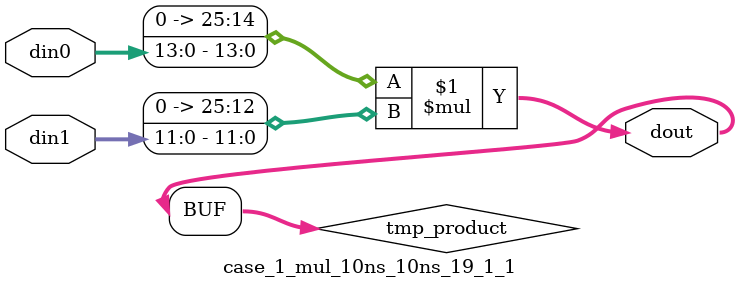
<source format=v>

`timescale 1 ns / 1 ps

 (* use_dsp = "no" *)  module case_1_mul_10ns_10ns_19_1_1(din0, din1, dout);
parameter ID = 1;
parameter NUM_STAGE = 0;
parameter din0_WIDTH = 14;
parameter din1_WIDTH = 12;
parameter dout_WIDTH = 26;

input [din0_WIDTH - 1 : 0] din0; 
input [din1_WIDTH - 1 : 0] din1; 
output [dout_WIDTH - 1 : 0] dout;

wire signed [dout_WIDTH - 1 : 0] tmp_product;
























assign tmp_product = $signed({1'b0, din0}) * $signed({1'b0, din1});











assign dout = tmp_product;





















endmodule

</source>
